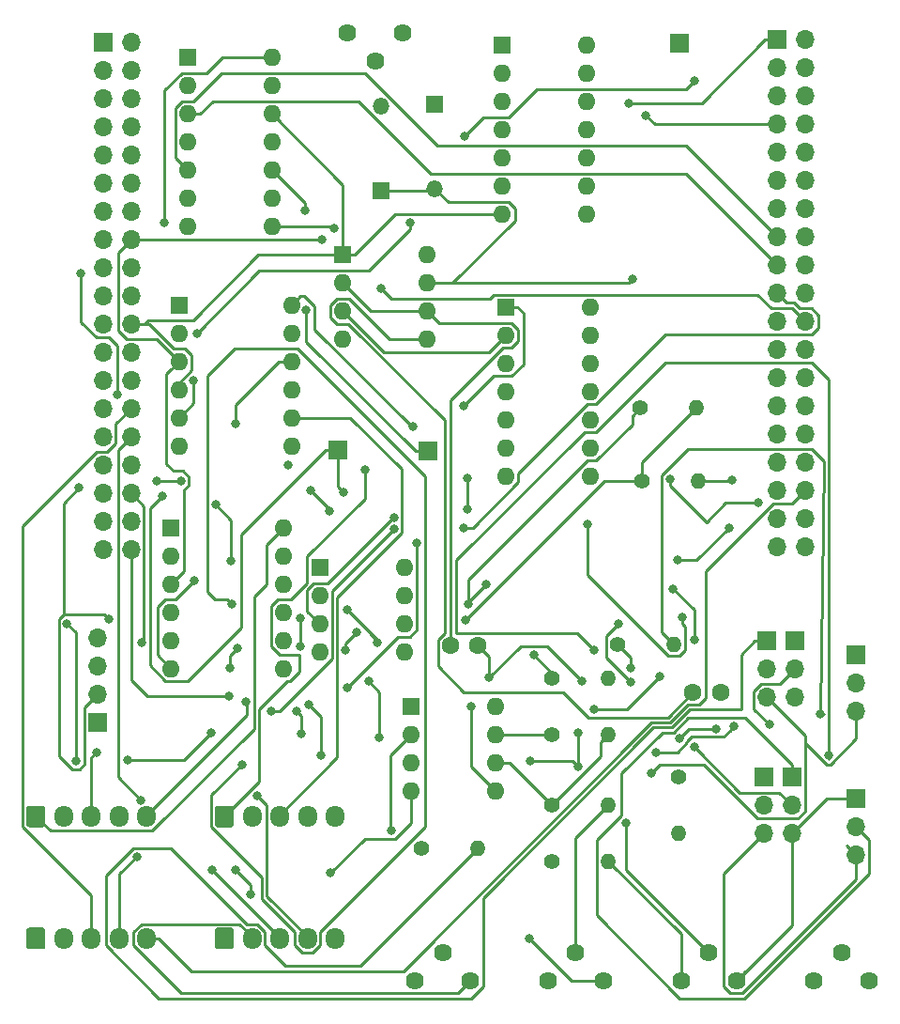
<source format=gbr>
G04 #@! TF.GenerationSoftware,KiCad,Pcbnew,5.0.1*
G04 #@! TF.CreationDate,2019-02-26T15:52:31-05:00*
G04 #@! TF.ProjectId,pongPCB,706F6E675043422E6B696361645F7063,rev?*
G04 #@! TF.SameCoordinates,Original*
G04 #@! TF.FileFunction,Copper,L2,Bot,Signal*
G04 #@! TF.FilePolarity,Positive*
%FSLAX46Y46*%
G04 Gerber Fmt 4.6, Leading zero omitted, Abs format (unit mm)*
G04 Created by KiCad (PCBNEW 5.0.1) date Tue 26 Feb 2019 03:52:31 PM EST*
%MOMM*%
%LPD*%
G01*
G04 APERTURE LIST*
G04 #@! TA.AperFunction,ComponentPad*
%ADD10C,1.600000*%
G04 #@! TD*
G04 #@! TA.AperFunction,ComponentPad*
%ADD11O,1.400000X1.400000*%
G04 #@! TD*
G04 #@! TA.AperFunction,ComponentPad*
%ADD12C,1.400000*%
G04 #@! TD*
G04 #@! TA.AperFunction,ComponentPad*
%ADD13C,1.620000*%
G04 #@! TD*
G04 #@! TA.AperFunction,ComponentPad*
%ADD14R,1.600000X1.600000*%
G04 #@! TD*
G04 #@! TA.AperFunction,ComponentPad*
%ADD15O,1.600000X1.600000*%
G04 #@! TD*
G04 #@! TA.AperFunction,ComponentPad*
%ADD16R,1.500000X1.500000*%
G04 #@! TD*
G04 #@! TA.AperFunction,ComponentPad*
%ADD17O,1.500000X1.500000*%
G04 #@! TD*
G04 #@! TA.AperFunction,ComponentPad*
%ADD18R,1.700000X1.700000*%
G04 #@! TD*
G04 #@! TA.AperFunction,ComponentPad*
%ADD19O,1.700000X1.700000*%
G04 #@! TD*
G04 #@! TA.AperFunction,ComponentPad*
%ADD20O,1.700000X1.950000*%
G04 #@! TD*
G04 #@! TA.AperFunction,Conductor*
%ADD21C,0.100000*%
G04 #@! TD*
G04 #@! TA.AperFunction,ComponentPad*
%ADD22C,1.700000*%
G04 #@! TD*
G04 #@! TA.AperFunction,ViaPad*
%ADD23C,0.800000*%
G04 #@! TD*
G04 #@! TA.AperFunction,Conductor*
%ADD24C,0.250000*%
G04 #@! TD*
G04 APERTURE END LIST*
D10*
G04 #@! TO.P,C1,1*
G04 #@! TO.N,Net-(C1-Pad1)*
X161090000Y-118090000D03*
G04 #@! TO.P,C1,2*
G04 #@! TO.N,GND*
X163590000Y-118090000D03*
G04 #@! TD*
G04 #@! TO.P,C2,2*
G04 #@! TO.N,GND*
X141700000Y-113900000D03*
G04 #@! TO.P,C2,1*
G04 #@! TO.N,Net-(C2-Pad1)*
X139200000Y-113900000D03*
G04 #@! TD*
D11*
G04 #@! TO.P,R1,2*
G04 #@! TO.N,Net-(R1-Pad2)*
X141680000Y-132200000D03*
D12*
G04 #@! TO.P,R1,1*
G04 #@! TO.N,Net-(R1-Pad1)*
X136600000Y-132200000D03*
G04 #@! TD*
D11*
G04 #@! TO.P,R2,2*
G04 #@! TO.N,Net-(R2-Pad2)*
X159380000Y-113800000D03*
D12*
G04 #@! TO.P,R2,1*
G04 #@! TO.N,Net-(R2-Pad1)*
X154300000Y-113800000D03*
G04 #@! TD*
G04 #@! TO.P,R3,1*
G04 #@! TO.N,+15V*
X148390000Y-133330000D03*
D11*
G04 #@! TO.P,R3,2*
G04 #@! TO.N,Net-(R3-Pad2)*
X153470000Y-133330000D03*
G04 #@! TD*
G04 #@! TO.P,R4,2*
G04 #@! TO.N,Net-(R4-Pad2)*
X153470000Y-128250000D03*
D12*
G04 #@! TO.P,R4,1*
G04 #@! TO.N,Net-(R4-Pad1)*
X148390000Y-128250000D03*
G04 #@! TD*
G04 #@! TO.P,R5,1*
G04 #@! TO.N,+15V*
X148390000Y-116820000D03*
D11*
G04 #@! TO.P,R5,2*
G04 #@! TO.N,Net-(R5-Pad2)*
X153470000Y-116820000D03*
G04 #@! TD*
D12*
G04 #@! TO.P,R6,1*
G04 #@! TO.N,Net-(R6-Pad1)*
X156500000Y-99100000D03*
D11*
G04 #@! TO.P,R6,2*
G04 #@! TO.N,Net-(R6-Pad2)*
X161580000Y-99100000D03*
G04 #@! TD*
G04 #@! TO.P,R7,2*
G04 #@! TO.N,Net-(R4-Pad1)*
X153470000Y-121900000D03*
D12*
G04 #@! TO.P,R7,1*
G04 #@! TO.N,Net-(J1-Pad3)*
X148390000Y-121900000D03*
G04 #@! TD*
G04 #@! TO.P,R8,1*
G04 #@! TO.N,Net-(J2-Pad3)*
X156300000Y-92500000D03*
D11*
G04 #@! TO.P,R8,2*
G04 #@! TO.N,Net-(R6-Pad1)*
X161380000Y-92500000D03*
G04 #@! TD*
D12*
G04 #@! TO.P,R9,1*
G04 #@! TO.N,+5V*
X159800000Y-125700000D03*
D11*
G04 #@! TO.P,R9,2*
G04 #@! TO.N,Net-(D1-Pad2)*
X159800000Y-130780000D03*
G04 #@! TD*
D13*
G04 #@! TO.P,RV1,3*
G04 #@! TO.N,GND*
X165000000Y-144100000D03*
G04 #@! TO.P,RV1,2*
G04 #@! TO.N,Net-(RV1-Pad2)*
X162500000Y-141600000D03*
G04 #@! TO.P,RV1,1*
G04 #@! TO.N,Net-(R3-Pad2)*
X160000000Y-144100000D03*
G04 #@! TD*
G04 #@! TO.P,RV2,3*
G04 #@! TO.N,GND*
X141000000Y-144100000D03*
G04 #@! TO.P,RV2,2*
G04 #@! TO.N,Net-(RV2-Pad2)*
X138500000Y-141600000D03*
G04 #@! TO.P,RV2,1*
G04 #@! TO.N,Net-(R5-Pad2)*
X136000000Y-144100000D03*
G04 #@! TD*
G04 #@! TO.P,RV3,1*
G04 #@! TO.N,Net-(RV3-Pad1)*
X148000000Y-144100000D03*
G04 #@! TO.P,RV3,2*
G04 #@! TO.N,Net-(R4-Pad2)*
X150500000Y-141600000D03*
G04 #@! TO.P,RV3,3*
G04 #@! TO.N,Net-(R1-Pad1)*
X153000000Y-144100000D03*
G04 #@! TD*
G04 #@! TO.P,RV4,3*
G04 #@! TO.N,Net-(R2-Pad1)*
X177000000Y-144100000D03*
G04 #@! TO.P,RV4,2*
G04 #@! TO.N,Net-(R6-Pad2)*
X174500000Y-141600000D03*
G04 #@! TO.P,RV4,1*
G04 #@! TO.N,Net-(RV4-Pad1)*
X172000000Y-144100000D03*
G04 #@! TD*
G04 #@! TO.P,RV5,1*
G04 #@! TO.N,Net-(D1-Pad1)*
X134900000Y-58700000D03*
G04 #@! TO.P,RV5,2*
G04 #@! TO.N,Net-(C2-Pad1)*
X132400000Y-61200000D03*
G04 #@! TO.P,RV5,3*
G04 #@! TO.N,Net-(D2-Pad2)*
X129900000Y-58700000D03*
G04 #@! TD*
D14*
G04 #@! TO.P,U1,1*
G04 #@! TO.N,+5V*
X115500000Y-60900000D03*
D15*
G04 #@! TO.P,U1,8*
G04 #@! TO.N,/LATCH*
X123120000Y-76140000D03*
G04 #@! TO.P,U1,2*
G04 #@! TO.N,Net-(U1-Pad2)*
X115500000Y-63440000D03*
G04 #@! TO.P,U1,9*
G04 #@! TO.N,Net-(U1-Pad9)*
X123120000Y-73600000D03*
G04 #@! TO.P,U1,3*
G04 #@! TO.N,Net-(CN10-Pad17)*
X115500000Y-65980000D03*
G04 #@! TO.P,U1,10*
G04 #@! TO.N,Net-(J6-Pad1)*
X123120000Y-71060000D03*
G04 #@! TO.P,U1,4*
G04 #@! TO.N,Net-(CN10-Pad11)*
X115500000Y-68520000D03*
G04 #@! TO.P,U1,11*
G04 #@! TO.N,+5V*
X123120000Y-68520000D03*
G04 #@! TO.P,U1,5*
G04 #@! TO.N,Net-(CN10-Pad15)*
X115500000Y-71060000D03*
G04 #@! TO.P,U1,12*
G04 #@! TO.N,GND*
X123120000Y-65980000D03*
G04 #@! TO.P,U1,6*
G04 #@! TO.N,Net-(U1-Pad6)*
X115500000Y-73600000D03*
G04 #@! TO.P,U1,13*
G04 #@! TO.N,+5V*
X123120000Y-63440000D03*
G04 #@! TO.P,U1,7*
G04 #@! TO.N,Net-(U1-Pad7)*
X115500000Y-76140000D03*
G04 #@! TO.P,U1,14*
G04 #@! TO.N,Net-(J3-Pad1)*
X123120000Y-60900000D03*
G04 #@! TD*
D14*
G04 #@! TO.P,U2,1*
G04 #@! TO.N,Net-(R4-Pad2)*
X135690000Y-119360000D03*
D15*
G04 #@! TO.P,U2,5*
G04 #@! TO.N,GND*
X143310000Y-126980000D03*
G04 #@! TO.P,U2,2*
G04 #@! TO.N,Net-(R1-Pad1)*
X135690000Y-121900000D03*
G04 #@! TO.P,U2,6*
G04 #@! TO.N,Net-(R4-Pad1)*
X143310000Y-124440000D03*
G04 #@! TO.P,U2,3*
G04 #@! TO.N,Net-(RV1-Pad2)*
X135690000Y-124440000D03*
G04 #@! TO.P,U2,7*
G04 #@! TO.N,Net-(J1-Pad3)*
X143310000Y-121900000D03*
G04 #@! TO.P,U2,4*
G04 #@! TO.N,-15V*
X135690000Y-126980000D03*
G04 #@! TO.P,U2,8*
G04 #@! TO.N,+15V*
X143310000Y-119360000D03*
G04 #@! TD*
D14*
G04 #@! TO.P,U5,1*
G04 #@! TO.N,Net-(R6-Pad2)*
X127400000Y-106900000D03*
D15*
G04 #@! TO.P,U5,5*
G04 #@! TO.N,GND*
X135020000Y-114520000D03*
G04 #@! TO.P,U5,2*
G04 #@! TO.N,Net-(R2-Pad1)*
X127400000Y-109440000D03*
G04 #@! TO.P,U5,6*
G04 #@! TO.N,Net-(R6-Pad1)*
X135020000Y-111980000D03*
G04 #@! TO.P,U5,3*
G04 #@! TO.N,Net-(RV2-Pad2)*
X127400000Y-111980000D03*
G04 #@! TO.P,U5,7*
G04 #@! TO.N,Net-(J2-Pad3)*
X135020000Y-109440000D03*
G04 #@! TO.P,U5,4*
G04 #@! TO.N,-15V*
X127400000Y-114520000D03*
G04 #@! TO.P,U5,8*
G04 #@! TO.N,+15V*
X135020000Y-106900000D03*
G04 #@! TD*
G04 #@! TO.P,U6,8*
G04 #@! TO.N,+5V*
X137120000Y-78700000D03*
G04 #@! TO.P,U6,4*
X129500000Y-86320000D03*
G04 #@! TO.P,U6,7*
G04 #@! TO.N,Net-(D1-Pad2)*
X137120000Y-81240000D03*
G04 #@! TO.P,U6,3*
G04 #@! TO.N,Net-(U6-Pad3)*
X129500000Y-83780000D03*
G04 #@! TO.P,U6,6*
G04 #@! TO.N,Net-(C2-Pad1)*
X137120000Y-83780000D03*
G04 #@! TO.P,U6,2*
X129500000Y-81240000D03*
G04 #@! TO.P,U6,5*
G04 #@! TO.N,Net-(C1-Pad1)*
X137120000Y-86320000D03*
D14*
G04 #@! TO.P,U6,1*
G04 #@! TO.N,GND*
X129500000Y-78700000D03*
G04 #@! TD*
D16*
G04 #@! TO.P,D1,1*
G04 #@! TO.N,Net-(D1-Pad1)*
X137800000Y-65100000D03*
D17*
G04 #@! TO.P,D1,2*
G04 #@! TO.N,Net-(D1-Pad2)*
X137800000Y-72720000D03*
G04 #@! TD*
G04 #@! TO.P,D2,2*
G04 #@! TO.N,Net-(D2-Pad2)*
X132900000Y-65280000D03*
D16*
G04 #@! TO.P,D2,1*
G04 #@! TO.N,Net-(D1-Pad2)*
X132900000Y-72900000D03*
G04 #@! TD*
D18*
G04 #@! TO.P,CN7,1*
G04 #@! TO.N,Net-(CN7-Pad1)*
X107840000Y-59550000D03*
D19*
G04 #@! TO.P,CN7,2*
G04 #@! TO.N,Net-(CN7-Pad2)*
X110380000Y-59550000D03*
G04 #@! TO.P,CN7,3*
G04 #@! TO.N,Net-(CN7-Pad3)*
X107840000Y-62090000D03*
G04 #@! TO.P,CN7,4*
G04 #@! TO.N,Net-(CN7-Pad4)*
X110380000Y-62090000D03*
G04 #@! TO.P,CN7,5*
G04 #@! TO.N,Net-(CN7-Pad5)*
X107840000Y-64630000D03*
G04 #@! TO.P,CN7,6*
G04 #@! TO.N,Net-(CN7-Pad6)*
X110380000Y-64630000D03*
G04 #@! TO.P,CN7,7*
G04 #@! TO.N,Net-(CN7-Pad7)*
X107840000Y-67170000D03*
G04 #@! TO.P,CN7,8*
G04 #@! TO.N,Net-(CN7-Pad8)*
X110380000Y-67170000D03*
G04 #@! TO.P,CN7,9*
G04 #@! TO.N,Net-(CN7-Pad9)*
X107840000Y-69710000D03*
G04 #@! TO.P,CN7,10*
G04 #@! TO.N,Net-(CN7-Pad10)*
X110380000Y-69710000D03*
G04 #@! TO.P,CN7,11*
G04 #@! TO.N,Net-(CN7-Pad11)*
X107840000Y-72250000D03*
G04 #@! TO.P,CN7,12*
G04 #@! TO.N,Net-(CN7-Pad12)*
X110380000Y-72250000D03*
G04 #@! TO.P,CN7,13*
G04 #@! TO.N,Net-(CN7-Pad13)*
X107840000Y-74790000D03*
G04 #@! TO.P,CN7,14*
G04 #@! TO.N,Net-(CN7-Pad14)*
X110380000Y-74790000D03*
G04 #@! TO.P,CN7,15*
G04 #@! TO.N,Net-(CN7-Pad15)*
X107840000Y-77330000D03*
G04 #@! TO.P,CN7,16*
G04 #@! TO.N,+3V3*
X110380000Y-77330000D03*
G04 #@! TO.P,CN7,17*
G04 #@! TO.N,Net-(CN7-Pad17)*
X107840000Y-79870000D03*
G04 #@! TO.P,CN7,18*
G04 #@! TO.N,+5V*
X110380000Y-79870000D03*
G04 #@! TO.P,CN7,19*
G04 #@! TO.N,Net-(CN7-Pad19)*
X107840000Y-82410000D03*
G04 #@! TO.P,CN7,20*
G04 #@! TO.N,Net-(CN7-Pad20)*
X110380000Y-82410000D03*
G04 #@! TO.P,CN7,21*
G04 #@! TO.N,Net-(CN7-Pad21)*
X107840000Y-84950000D03*
G04 #@! TO.P,CN7,22*
G04 #@! TO.N,GND*
X110380000Y-84950000D03*
G04 #@! TO.P,CN7,23*
G04 #@! TO.N,Net-(CN7-Pad23)*
X107840000Y-87490000D03*
G04 #@! TO.P,CN7,24*
G04 #@! TO.N,+12V*
X110380000Y-87490000D03*
G04 #@! TO.P,CN7,25*
G04 #@! TO.N,Net-(CN7-Pad25)*
X107840000Y-90030000D03*
G04 #@! TO.P,CN7,26*
G04 #@! TO.N,Net-(CN7-Pad26)*
X110380000Y-90030000D03*
G04 #@! TO.P,CN7,27*
G04 #@! TO.N,Net-(CN7-Pad27)*
X107840000Y-92570000D03*
G04 #@! TO.P,CN7,28*
G04 #@! TO.N,/JOY1X*
X110380000Y-92570000D03*
G04 #@! TO.P,CN7,29*
G04 #@! TO.N,Net-(CN7-Pad29)*
X107840000Y-95110000D03*
G04 #@! TO.P,CN7,30*
G04 #@! TO.N,/JOY1Y*
X110380000Y-95110000D03*
G04 #@! TO.P,CN7,31*
G04 #@! TO.N,Net-(CN7-Pad31)*
X107840000Y-97650000D03*
G04 #@! TO.P,CN7,32*
G04 #@! TO.N,/JOY2X*
X110380000Y-97650000D03*
G04 #@! TO.P,CN7,33*
G04 #@! TO.N,Net-(CN7-Pad33)*
X107840000Y-100190000D03*
G04 #@! TO.P,CN7,34*
G04 #@! TO.N,/JOY2Y*
X110380000Y-100190000D03*
G04 #@! TO.P,CN7,35*
G04 #@! TO.N,Net-(CN7-Pad35)*
X107840000Y-102730000D03*
G04 #@! TO.P,CN7,36*
G04 #@! TO.N,Net-(CN7-Pad36)*
X110380000Y-102730000D03*
G04 #@! TO.P,CN7,37*
G04 #@! TO.N,Net-(CN7-Pad37)*
X107840000Y-105270000D03*
G04 #@! TO.P,CN7,38*
G04 #@! TO.N,/LASER_TOGGLE*
X110380000Y-105270000D03*
G04 #@! TD*
G04 #@! TO.P,CN10,38*
G04 #@! TO.N,Net-(CN10-Pad38)*
X171240000Y-105020000D03*
G04 #@! TO.P,CN10,37*
G04 #@! TO.N,Net-(CN10-Pad37)*
X168700000Y-105020000D03*
G04 #@! TO.P,CN10,36*
G04 #@! TO.N,Net-(CN10-Pad36)*
X171240000Y-102480000D03*
G04 #@! TO.P,CN10,35*
G04 #@! TO.N,Net-(CN10-Pad35)*
X168700000Y-102480000D03*
G04 #@! TO.P,CN10,34*
G04 #@! TO.N,/JOY1BUTTON*
X171240000Y-99940000D03*
G04 #@! TO.P,CN10,33*
G04 #@! TO.N,Net-(CN10-Pad33)*
X168700000Y-99940000D03*
G04 #@! TO.P,CN10,32*
G04 #@! TO.N,Net-(CN10-Pad32)*
X171240000Y-97400000D03*
G04 #@! TO.P,CN10,31*
G04 #@! TO.N,Net-(CN10-Pad31)*
X168700000Y-97400000D03*
G04 #@! TO.P,CN10,30*
G04 #@! TO.N,Net-(CN10-Pad30)*
X171240000Y-94860000D03*
G04 #@! TO.P,CN10,29*
G04 #@! TO.N,Net-(CN10-Pad29)*
X168700000Y-94860000D03*
G04 #@! TO.P,CN10,28*
G04 #@! TO.N,Net-(CN10-Pad28)*
X171240000Y-92320000D03*
G04 #@! TO.P,CN10,27*
G04 #@! TO.N,Net-(CN10-Pad27)*
X168700000Y-92320000D03*
G04 #@! TO.P,CN10,26*
G04 #@! TO.N,Net-(CN10-Pad26)*
X171240000Y-89780000D03*
G04 #@! TO.P,CN10,25*
G04 #@! TO.N,Net-(CN10-Pad25)*
X168700000Y-89780000D03*
G04 #@! TO.P,CN10,24*
G04 #@! TO.N,Net-(CN10-Pad24)*
X171240000Y-87240000D03*
G04 #@! TO.P,CN10,23*
G04 #@! TO.N,Net-(CN10-Pad23)*
X168700000Y-87240000D03*
G04 #@! TO.P,CN10,22*
G04 #@! TO.N,/LATCH*
X171240000Y-84700000D03*
G04 #@! TO.P,CN10,21*
G04 #@! TO.N,Net-(CN10-Pad21)*
X168700000Y-84700000D03*
G04 #@! TO.P,CN10,20*
G04 #@! TO.N,Net-(CN10-Pad20)*
X171240000Y-82160000D03*
G04 #@! TO.P,CN10,19*
G04 #@! TO.N,/CLK1*
X168700000Y-82160000D03*
G04 #@! TO.P,CN10,18*
G04 #@! TO.N,Net-(CN10-Pad18)*
X171240000Y-79620000D03*
G04 #@! TO.P,CN10,17*
G04 #@! TO.N,Net-(CN10-Pad17)*
X168700000Y-79620000D03*
G04 #@! TO.P,CN10,16*
G04 #@! TO.N,Net-(CN10-Pad16)*
X171240000Y-77080000D03*
G04 #@! TO.P,CN10,15*
G04 #@! TO.N,Net-(CN10-Pad15)*
X168700000Y-77080000D03*
G04 #@! TO.P,CN10,14*
G04 #@! TO.N,Net-(CN10-Pad14)*
X171240000Y-74540000D03*
G04 #@! TO.P,CN10,13*
G04 #@! TO.N,Net-(CN10-Pad13)*
X168700000Y-74540000D03*
G04 #@! TO.P,CN10,12*
G04 #@! TO.N,Net-(CN10-Pad12)*
X171240000Y-72000000D03*
G04 #@! TO.P,CN10,11*
G04 #@! TO.N,Net-(CN10-Pad11)*
X168700000Y-72000000D03*
G04 #@! TO.P,CN10,10*
G04 #@! TO.N,Net-(CN10-Pad10)*
X171240000Y-69460000D03*
G04 #@! TO.P,CN10,9*
G04 #@! TO.N,Net-(CN10-Pad9)*
X168700000Y-69460000D03*
G04 #@! TO.P,CN10,8*
G04 #@! TO.N,Net-(CN10-Pad8)*
X171240000Y-66920000D03*
G04 #@! TO.P,CN10,7*
G04 #@! TO.N,+5V*
X168700000Y-66920000D03*
G04 #@! TO.P,CN10,6*
G04 #@! TO.N,/JOY2BUTTON*
X171240000Y-64380000D03*
G04 #@! TO.P,CN10,5*
G04 #@! TO.N,/BUTTON2*
X168700000Y-64380000D03*
G04 #@! TO.P,CN10,4*
G04 #@! TO.N,/DT1*
X171240000Y-61840000D03*
G04 #@! TO.P,CN10,3*
G04 #@! TO.N,/BUTTON1*
X168700000Y-61840000D03*
G04 #@! TO.P,CN10,2*
G04 #@! TO.N,/DT2*
X171240000Y-59300000D03*
D18*
G04 #@! TO.P,CN10,1*
G04 #@! TO.N,/CLK2*
X168700000Y-59300000D03*
G04 #@! TD*
G04 #@! TO.P,J1,1*
G04 #@! TO.N,GND*
X175800000Y-114700000D03*
D19*
G04 #@! TO.P,J1,2*
G04 #@! TO.N,Net-(J1-Pad2)*
X175800000Y-117240000D03*
G04 #@! TO.P,J1,3*
G04 #@! TO.N,Net-(J1-Pad3)*
X175800000Y-119780000D03*
G04 #@! TD*
G04 #@! TO.P,J2,3*
G04 #@! TO.N,Net-(J2-Pad3)*
X175800000Y-132780000D03*
G04 #@! TO.P,J2,2*
G04 #@! TO.N,Net-(J2-Pad2)*
X175800000Y-130240000D03*
D18*
G04 #@! TO.P,J2,1*
G04 #@! TO.N,GND*
X175800000Y-127700000D03*
G04 #@! TD*
G04 #@! TO.P,J3,1*
G04 #@! TO.N,Net-(J3-Pad1)*
X129080000Y-96250000D03*
G04 #@! TD*
G04 #@! TO.P,J6,1*
G04 #@! TO.N,Net-(J6-Pad1)*
X137200000Y-96400000D03*
G04 #@! TD*
G04 #@! TO.P,J7,1*
G04 #@! TO.N,Net-(J7-Pad1)*
X159900000Y-59600000D03*
G04 #@! TD*
D20*
G04 #@! TO.P,Joy1,5*
G04 #@! TO.N,/JOY1BUTTON*
X111800000Y-140300000D03*
G04 #@! TO.P,Joy1,4*
G04 #@! TO.N,/JOY1Y*
X109300000Y-140300000D03*
G04 #@! TO.P,Joy1,3*
G04 #@! TO.N,/JOY1X*
X106800000Y-140300000D03*
G04 #@! TO.P,Joy1,2*
G04 #@! TO.N,GND*
X104300000Y-140300000D03*
D21*
G04 #@! TD*
G04 #@! TO.N,+5V*
G04 #@! TO.C,Joy1*
G36*
X102424504Y-139326204D02*
X102448773Y-139329804D01*
X102472571Y-139335765D01*
X102495671Y-139344030D01*
X102517849Y-139354520D01*
X102538893Y-139367133D01*
X102558598Y-139381747D01*
X102576777Y-139398223D01*
X102593253Y-139416402D01*
X102607867Y-139436107D01*
X102620480Y-139457151D01*
X102630970Y-139479329D01*
X102639235Y-139502429D01*
X102645196Y-139526227D01*
X102648796Y-139550496D01*
X102650000Y-139575000D01*
X102650000Y-141025000D01*
X102648796Y-141049504D01*
X102645196Y-141073773D01*
X102639235Y-141097571D01*
X102630970Y-141120671D01*
X102620480Y-141142849D01*
X102607867Y-141163893D01*
X102593253Y-141183598D01*
X102576777Y-141201777D01*
X102558598Y-141218253D01*
X102538893Y-141232867D01*
X102517849Y-141245480D01*
X102495671Y-141255970D01*
X102472571Y-141264235D01*
X102448773Y-141270196D01*
X102424504Y-141273796D01*
X102400000Y-141275000D01*
X101200000Y-141275000D01*
X101175496Y-141273796D01*
X101151227Y-141270196D01*
X101127429Y-141264235D01*
X101104329Y-141255970D01*
X101082151Y-141245480D01*
X101061107Y-141232867D01*
X101041402Y-141218253D01*
X101023223Y-141201777D01*
X101006747Y-141183598D01*
X100992133Y-141163893D01*
X100979520Y-141142849D01*
X100969030Y-141120671D01*
X100960765Y-141097571D01*
X100954804Y-141073773D01*
X100951204Y-141049504D01*
X100950000Y-141025000D01*
X100950000Y-139575000D01*
X100951204Y-139550496D01*
X100954804Y-139526227D01*
X100960765Y-139502429D01*
X100969030Y-139479329D01*
X100979520Y-139457151D01*
X100992133Y-139436107D01*
X101006747Y-139416402D01*
X101023223Y-139398223D01*
X101041402Y-139381747D01*
X101061107Y-139367133D01*
X101082151Y-139354520D01*
X101104329Y-139344030D01*
X101127429Y-139335765D01*
X101151227Y-139329804D01*
X101175496Y-139326204D01*
X101200000Y-139325000D01*
X102400000Y-139325000D01*
X102424504Y-139326204D01*
X102424504Y-139326204D01*
G37*
D22*
G04 #@! TO.P,Joy1,1*
G04 #@! TO.N,+5V*
X101800000Y-140300000D03*
G04 #@! TD*
D21*
G04 #@! TO.N,+5V*
G04 #@! TO.C,Joy2*
G36*
X119424504Y-139326204D02*
X119448773Y-139329804D01*
X119472571Y-139335765D01*
X119495671Y-139344030D01*
X119517849Y-139354520D01*
X119538893Y-139367133D01*
X119558598Y-139381747D01*
X119576777Y-139398223D01*
X119593253Y-139416402D01*
X119607867Y-139436107D01*
X119620480Y-139457151D01*
X119630970Y-139479329D01*
X119639235Y-139502429D01*
X119645196Y-139526227D01*
X119648796Y-139550496D01*
X119650000Y-139575000D01*
X119650000Y-141025000D01*
X119648796Y-141049504D01*
X119645196Y-141073773D01*
X119639235Y-141097571D01*
X119630970Y-141120671D01*
X119620480Y-141142849D01*
X119607867Y-141163893D01*
X119593253Y-141183598D01*
X119576777Y-141201777D01*
X119558598Y-141218253D01*
X119538893Y-141232867D01*
X119517849Y-141245480D01*
X119495671Y-141255970D01*
X119472571Y-141264235D01*
X119448773Y-141270196D01*
X119424504Y-141273796D01*
X119400000Y-141275000D01*
X118200000Y-141275000D01*
X118175496Y-141273796D01*
X118151227Y-141270196D01*
X118127429Y-141264235D01*
X118104329Y-141255970D01*
X118082151Y-141245480D01*
X118061107Y-141232867D01*
X118041402Y-141218253D01*
X118023223Y-141201777D01*
X118006747Y-141183598D01*
X117992133Y-141163893D01*
X117979520Y-141142849D01*
X117969030Y-141120671D01*
X117960765Y-141097571D01*
X117954804Y-141073773D01*
X117951204Y-141049504D01*
X117950000Y-141025000D01*
X117950000Y-139575000D01*
X117951204Y-139550496D01*
X117954804Y-139526227D01*
X117960765Y-139502429D01*
X117969030Y-139479329D01*
X117979520Y-139457151D01*
X117992133Y-139436107D01*
X118006747Y-139416402D01*
X118023223Y-139398223D01*
X118041402Y-139381747D01*
X118061107Y-139367133D01*
X118082151Y-139354520D01*
X118104329Y-139344030D01*
X118127429Y-139335765D01*
X118151227Y-139329804D01*
X118175496Y-139326204D01*
X118200000Y-139325000D01*
X119400000Y-139325000D01*
X119424504Y-139326204D01*
X119424504Y-139326204D01*
G37*
D22*
G04 #@! TD*
G04 #@! TO.P,Joy2,1*
G04 #@! TO.N,+5V*
X118800000Y-140300000D03*
D20*
G04 #@! TO.P,Joy2,2*
G04 #@! TO.N,GND*
X121300000Y-140300000D03*
G04 #@! TO.P,Joy2,3*
G04 #@! TO.N,/JOY2X*
X123800000Y-140300000D03*
G04 #@! TO.P,Joy2,4*
G04 #@! TO.N,/JOY2Y*
X126300000Y-140300000D03*
G04 #@! TO.P,Joy2,5*
G04 #@! TO.N,/JOY2BUTTON*
X128800000Y-140300000D03*
G04 #@! TD*
D21*
G04 #@! TO.N,Net-(Rotary1-Pad1)*
G04 #@! TO.C,Rotary1*
G36*
X102424504Y-128326204D02*
X102448773Y-128329804D01*
X102472571Y-128335765D01*
X102495671Y-128344030D01*
X102517849Y-128354520D01*
X102538893Y-128367133D01*
X102558598Y-128381747D01*
X102576777Y-128398223D01*
X102593253Y-128416402D01*
X102607867Y-128436107D01*
X102620480Y-128457151D01*
X102630970Y-128479329D01*
X102639235Y-128502429D01*
X102645196Y-128526227D01*
X102648796Y-128550496D01*
X102650000Y-128575000D01*
X102650000Y-130025000D01*
X102648796Y-130049504D01*
X102645196Y-130073773D01*
X102639235Y-130097571D01*
X102630970Y-130120671D01*
X102620480Y-130142849D01*
X102607867Y-130163893D01*
X102593253Y-130183598D01*
X102576777Y-130201777D01*
X102558598Y-130218253D01*
X102538893Y-130232867D01*
X102517849Y-130245480D01*
X102495671Y-130255970D01*
X102472571Y-130264235D01*
X102448773Y-130270196D01*
X102424504Y-130273796D01*
X102400000Y-130275000D01*
X101200000Y-130275000D01*
X101175496Y-130273796D01*
X101151227Y-130270196D01*
X101127429Y-130264235D01*
X101104329Y-130255970D01*
X101082151Y-130245480D01*
X101061107Y-130232867D01*
X101041402Y-130218253D01*
X101023223Y-130201777D01*
X101006747Y-130183598D01*
X100992133Y-130163893D01*
X100979520Y-130142849D01*
X100969030Y-130120671D01*
X100960765Y-130097571D01*
X100954804Y-130073773D01*
X100951204Y-130049504D01*
X100950000Y-130025000D01*
X100950000Y-128575000D01*
X100951204Y-128550496D01*
X100954804Y-128526227D01*
X100960765Y-128502429D01*
X100969030Y-128479329D01*
X100979520Y-128457151D01*
X100992133Y-128436107D01*
X101006747Y-128416402D01*
X101023223Y-128398223D01*
X101041402Y-128381747D01*
X101061107Y-128367133D01*
X101082151Y-128354520D01*
X101104329Y-128344030D01*
X101127429Y-128335765D01*
X101151227Y-128329804D01*
X101175496Y-128326204D01*
X101200000Y-128325000D01*
X102400000Y-128325000D01*
X102424504Y-128326204D01*
X102424504Y-128326204D01*
G37*
D22*
G04 #@! TD*
G04 #@! TO.P,Rotary1,1*
G04 #@! TO.N,Net-(Rotary1-Pad1)*
X101800000Y-129300000D03*
D20*
G04 #@! TO.P,Rotary1,2*
G04 #@! TO.N,+12V*
X104300000Y-129300000D03*
G04 #@! TO.P,Rotary1,3*
G04 #@! TO.N,Net-(Rotary1-Pad3)*
X106800000Y-129300000D03*
G04 #@! TO.P,Rotary1,4*
G04 #@! TO.N,GND*
X109300000Y-129300000D03*
G04 #@! TO.P,Rotary1,5*
G04 #@! TO.N,Net-(Rotary1-Pad5)*
X111800000Y-129300000D03*
G04 #@! TD*
G04 #@! TO.P,Rotary2,5*
G04 #@! TO.N,Net-(Rotary2-Pad5)*
X128800000Y-129300000D03*
G04 #@! TO.P,Rotary2,4*
G04 #@! TO.N,GND*
X126300000Y-129300000D03*
G04 #@! TO.P,Rotary2,3*
G04 #@! TO.N,Net-(Rotary2-Pad3)*
X123800000Y-129300000D03*
G04 #@! TO.P,Rotary2,2*
G04 #@! TO.N,+12V*
X121300000Y-129300000D03*
D21*
G04 #@! TD*
G04 #@! TO.N,Net-(Rotary2-Pad1)*
G04 #@! TO.C,Rotary2*
G36*
X119424504Y-128326204D02*
X119448773Y-128329804D01*
X119472571Y-128335765D01*
X119495671Y-128344030D01*
X119517849Y-128354520D01*
X119538893Y-128367133D01*
X119558598Y-128381747D01*
X119576777Y-128398223D01*
X119593253Y-128416402D01*
X119607867Y-128436107D01*
X119620480Y-128457151D01*
X119630970Y-128479329D01*
X119639235Y-128502429D01*
X119645196Y-128526227D01*
X119648796Y-128550496D01*
X119650000Y-128575000D01*
X119650000Y-130025000D01*
X119648796Y-130049504D01*
X119645196Y-130073773D01*
X119639235Y-130097571D01*
X119630970Y-130120671D01*
X119620480Y-130142849D01*
X119607867Y-130163893D01*
X119593253Y-130183598D01*
X119576777Y-130201777D01*
X119558598Y-130218253D01*
X119538893Y-130232867D01*
X119517849Y-130245480D01*
X119495671Y-130255970D01*
X119472571Y-130264235D01*
X119448773Y-130270196D01*
X119424504Y-130273796D01*
X119400000Y-130275000D01*
X118200000Y-130275000D01*
X118175496Y-130273796D01*
X118151227Y-130270196D01*
X118127429Y-130264235D01*
X118104329Y-130255970D01*
X118082151Y-130245480D01*
X118061107Y-130232867D01*
X118041402Y-130218253D01*
X118023223Y-130201777D01*
X118006747Y-130183598D01*
X117992133Y-130163893D01*
X117979520Y-130142849D01*
X117969030Y-130120671D01*
X117960765Y-130097571D01*
X117954804Y-130073773D01*
X117951204Y-130049504D01*
X117950000Y-130025000D01*
X117950000Y-128575000D01*
X117951204Y-128550496D01*
X117954804Y-128526227D01*
X117960765Y-128502429D01*
X117969030Y-128479329D01*
X117979520Y-128457151D01*
X117992133Y-128436107D01*
X118006747Y-128416402D01*
X118023223Y-128398223D01*
X118041402Y-128381747D01*
X118061107Y-128367133D01*
X118082151Y-128354520D01*
X118104329Y-128344030D01*
X118127429Y-128335765D01*
X118151227Y-128329804D01*
X118175496Y-128326204D01*
X118200000Y-128325000D01*
X119400000Y-128325000D01*
X119424504Y-128326204D01*
X119424504Y-128326204D01*
G37*
D22*
G04 #@! TO.P,Rotary2,1*
G04 #@! TO.N,Net-(Rotary2-Pad1)*
X118800000Y-129300000D03*
G04 #@! TD*
D14*
G04 #@! TO.P,U8,1*
G04 #@! TO.N,/LASER_TOGGLE*
X144200000Y-83400000D03*
D15*
G04 #@! TO.P,U8,8*
G04 #@! TO.N,N/C*
X151820000Y-98640000D03*
G04 #@! TO.P,U8,2*
G04 #@! TO.N,Net-(U6-Pad3)*
X144200000Y-85940000D03*
G04 #@! TO.P,U8,9*
G04 #@! TO.N,N/C*
X151820000Y-96100000D03*
G04 #@! TO.P,U8,3*
G04 #@! TO.N,Net-(J7-Pad1)*
X144200000Y-88480000D03*
G04 #@! TO.P,U8,10*
G04 #@! TO.N,N/C*
X151820000Y-93560000D03*
G04 #@! TO.P,U8,4*
X144200000Y-91020000D03*
G04 #@! TO.P,U8,11*
X151820000Y-91020000D03*
G04 #@! TO.P,U8,5*
X144200000Y-93560000D03*
G04 #@! TO.P,U8,12*
X151820000Y-88480000D03*
G04 #@! TO.P,U8,6*
X144200000Y-96100000D03*
G04 #@! TO.P,U8,13*
X151820000Y-85940000D03*
G04 #@! TO.P,U8,7*
X144200000Y-98640000D03*
G04 #@! TO.P,U8,14*
X151820000Y-83400000D03*
G04 #@! TD*
D18*
G04 #@! TO.P,J4,1*
G04 #@! TO.N,-15V*
X107400000Y-120800000D03*
D19*
G04 #@! TO.P,J4,2*
G04 #@! TO.N,GND*
X107400000Y-118260000D03*
G04 #@! TO.P,J4,3*
G04 #@! TO.N,+12V*
X107400000Y-115720000D03*
G04 #@! TO.P,J4,4*
G04 #@! TO.N,+15V*
X107400000Y-113180000D03*
G04 #@! TD*
D14*
G04 #@! TO.P,U7,1*
G04 #@! TO.N,N/C*
X143900000Y-59800000D03*
D15*
G04 #@! TO.P,U7,8*
X151520000Y-75040000D03*
G04 #@! TO.P,U7,2*
X143900000Y-62340000D03*
G04 #@! TO.P,U7,9*
X151520000Y-72500000D03*
G04 #@! TO.P,U7,3*
X143900000Y-64880000D03*
G04 #@! TO.P,U7,10*
X151520000Y-69960000D03*
G04 #@! TO.P,U7,4*
X143900000Y-67420000D03*
G04 #@! TO.P,U7,11*
X151520000Y-67420000D03*
G04 #@! TO.P,U7,5*
X143900000Y-69960000D03*
G04 #@! TO.P,U7,12*
X151520000Y-64880000D03*
G04 #@! TO.P,U7,6*
X143900000Y-72500000D03*
G04 #@! TO.P,U7,13*
X151520000Y-62340000D03*
G04 #@! TO.P,U7,7*
G04 #@! TO.N,GND*
X143900000Y-75040000D03*
G04 #@! TO.P,U7,14*
G04 #@! TO.N,+5V*
X151520000Y-59800000D03*
G04 #@! TD*
D18*
G04 #@! TO.P,X-J1,1*
G04 #@! TO.N,Net-(R1-Pad2)*
X167770000Y-113480000D03*
D19*
G04 #@! TO.P,X-J1,2*
G04 #@! TO.N,Net-(J3-Pad1)*
X167770000Y-116020000D03*
G04 #@! TO.P,X-J1,3*
G04 #@! TO.N,Net-(J1-Pad3)*
X167770000Y-118560000D03*
G04 #@! TD*
D18*
G04 #@! TO.P,X-J2,1*
G04 #@! TO.N,Net-(J1-Pad2)*
X170310000Y-113480000D03*
D19*
G04 #@! TO.P,X-J2,2*
G04 #@! TO.N,Net-(R4-Pad2)*
X170310000Y-116020000D03*
G04 #@! TO.P,X-J2,3*
G04 #@! TO.N,GND*
X170310000Y-118560000D03*
G04 #@! TD*
G04 #@! TO.P,Y-J1,3*
G04 #@! TO.N,Net-(J2-Pad3)*
X167470000Y-130860000D03*
G04 #@! TO.P,Y-J1,2*
G04 #@! TO.N,Net-(J6-Pad1)*
X167470000Y-128320000D03*
D18*
G04 #@! TO.P,Y-J1,1*
G04 #@! TO.N,Net-(R2-Pad2)*
X167470000Y-125780000D03*
G04 #@! TD*
D19*
G04 #@! TO.P,Y-J2,3*
G04 #@! TO.N,GND*
X170010000Y-130860000D03*
G04 #@! TO.P,Y-J2,2*
G04 #@! TO.N,Net-(R6-Pad2)*
X170010000Y-128320000D03*
D18*
G04 #@! TO.P,Y-J2,1*
G04 #@! TO.N,Net-(J2-Pad2)*
X170010000Y-125780000D03*
G04 #@! TD*
D15*
G04 #@! TO.P,U3,12*
G04 #@! TO.N,Net-(Rotary1-Pad1)*
X124170000Y-103270000D03*
G04 #@! TO.P,U3,6*
G04 #@! TO.N,/BUTTON1*
X114010000Y-115970000D03*
G04 #@! TO.P,U3,11*
G04 #@! TO.N,Net-(U3-Pad11)*
X124170000Y-105810000D03*
G04 #@! TO.P,U3,5*
G04 #@! TO.N,/CLK1*
X114010000Y-113430000D03*
G04 #@! TO.P,U3,10*
G04 #@! TO.N,+12V*
X124170000Y-108350000D03*
G04 #@! TO.P,U3,4*
G04 #@! TO.N,GND*
X114010000Y-110890000D03*
G04 #@! TO.P,U3,9*
X124170000Y-110890000D03*
G04 #@! TO.P,U3,3*
G04 #@! TO.N,+3V3*
X114010000Y-108350000D03*
G04 #@! TO.P,U3,8*
G04 #@! TO.N,Net-(Rotary1-Pad3)*
X124170000Y-113430000D03*
G04 #@! TO.P,U3,2*
G04 #@! TO.N,Net-(U3-Pad2)*
X114010000Y-105810000D03*
G04 #@! TO.P,U3,7*
G04 #@! TO.N,Net-(Rotary1-Pad5)*
X124170000Y-115970000D03*
D14*
G04 #@! TO.P,U3,1*
G04 #@! TO.N,/DT1*
X114010000Y-103270000D03*
G04 #@! TD*
G04 #@! TO.P,U4,1*
G04 #@! TO.N,/DT2*
X114700000Y-83200000D03*
D15*
G04 #@! TO.P,U4,7*
G04 #@! TO.N,Net-(Rotary2-Pad5)*
X124860000Y-95900000D03*
G04 #@! TO.P,U4,2*
G04 #@! TO.N,Net-(U4-Pad2)*
X114700000Y-85740000D03*
G04 #@! TO.P,U4,8*
G04 #@! TO.N,Net-(Rotary2-Pad3)*
X124860000Y-93360000D03*
G04 #@! TO.P,U4,3*
G04 #@! TO.N,+3V3*
X114700000Y-88280000D03*
G04 #@! TO.P,U4,9*
G04 #@! TO.N,GND*
X124860000Y-90820000D03*
G04 #@! TO.P,U4,4*
X114700000Y-90820000D03*
G04 #@! TO.P,U4,10*
G04 #@! TO.N,+12V*
X124860000Y-88280000D03*
G04 #@! TO.P,U4,5*
G04 #@! TO.N,/CLK2*
X114700000Y-93360000D03*
G04 #@! TO.P,U4,11*
G04 #@! TO.N,Net-(U4-Pad11)*
X124860000Y-85740000D03*
G04 #@! TO.P,U4,6*
G04 #@! TO.N,/BUTTON2*
X114700000Y-95900000D03*
G04 #@! TO.P,U4,12*
G04 #@! TO.N,Net-(Rotary2-Pad1)*
X124860000Y-83200000D03*
G04 #@! TD*
D23*
G04 #@! TO.N,Net-(R1-Pad1)*
X146300000Y-140300000D03*
X133900000Y-130600000D03*
G04 #@! TO.N,Net-(R2-Pad1)*
X163200000Y-121400000D03*
X155500000Y-115900000D03*
X159855101Y-122258122D03*
G04 #@! TO.N,+15V*
X146700000Y-114700000D03*
X129700011Y-114300000D03*
X130700000Y-112700000D03*
G04 #@! TO.N,Net-(R6-Pad1)*
X140600000Y-111600000D03*
G04 #@! TO.N,GND*
X141100000Y-119400000D03*
X142700000Y-116800000D03*
X151080000Y-117120000D03*
X157760000Y-123500000D03*
X164800000Y-121170000D03*
X108346037Y-111520267D03*
X105720000Y-99700000D03*
G04 #@! TO.N,Net-(RV1-Pad2)*
X155000000Y-129900000D03*
G04 #@! TO.N,Net-(RV2-Pad2)*
X134100000Y-102399997D03*
X132800000Y-122200000D03*
X131800000Y-117100000D03*
G04 #@! TO.N,+5V*
X109120000Y-91310000D03*
X105880000Y-80350000D03*
X156840000Y-66100000D03*
G04 #@! TO.N,-15V*
X119800000Y-134100000D03*
X121200000Y-136300000D03*
X128400000Y-134400000D03*
X125730000Y-121830000D03*
X125310000Y-119780000D03*
G04 #@! TO.N,+12V*
X112675000Y-99100000D03*
X114900000Y-99100000D03*
X119800000Y-93900000D03*
X118000000Y-101200000D03*
X119400000Y-106300000D03*
G04 #@! TO.N,Net-(D1-Pad2)*
X155600000Y-80900000D03*
X159300000Y-108800000D03*
X161200000Y-113400000D03*
G04 #@! TO.N,Net-(J2-Pad3)*
X140800000Y-110200000D03*
X142400000Y-108400000D03*
X152200000Y-114300000D03*
X173315021Y-123759673D03*
X175800000Y-132780000D03*
G04 #@! TO.N,Net-(J1-Pad3)*
X157340000Y-125400000D03*
G04 #@! TO.N,/BUTTON1*
X116090000Y-108050000D03*
G04 #@! TO.N,+3V3*
X127570000Y-77330000D03*
G04 #@! TO.N,/LATCH*
X128700000Y-76300000D03*
X132900000Y-81700000D03*
G04 #@! TO.N,/JOY1Y*
X111270623Y-127825088D03*
X110900000Y-132900000D03*
G04 #@! TO.N,/JOY2X*
X104600000Y-111900000D03*
X105400000Y-124300000D03*
X117700000Y-134100000D03*
G04 #@! TO.N,/JOY2Y*
X111349999Y-113600000D03*
X121750010Y-127400000D03*
G04 #@! TO.N,/LASER_TOGGLE*
X140400000Y-92300000D03*
X136200000Y-104700000D03*
X129900000Y-117700000D03*
X119200000Y-118500000D03*
G04 #@! TO.N,/CLK1*
X140400000Y-103300000D03*
X134100000Y-103400000D03*
X123000000Y-119800000D03*
X119300000Y-115900000D03*
X120000000Y-114100000D03*
G04 #@! TO.N,/DT2*
X135600000Y-75800000D03*
X140500000Y-68000000D03*
X161200000Y-63000000D03*
X116331370Y-85740000D03*
G04 #@! TO.N,/CLK2*
X155300000Y-65000000D03*
X115999999Y-90020001D03*
G04 #@! TO.N,Net-(J3-Pad1)*
X113400000Y-75800000D03*
X113200000Y-100400000D03*
X160090000Y-111340000D03*
X151560000Y-102990000D03*
X140770000Y-101620000D03*
X140770000Y-98810000D03*
X129590000Y-100060000D03*
G04 #@! TO.N,Net-(J6-Pad1)*
X126100000Y-74700000D03*
X126200000Y-83700000D03*
X159000000Y-98900000D03*
X166940000Y-101010000D03*
G04 #@! TO.N,Net-(R2-Pad2)*
X172590021Y-120034989D03*
G04 #@! TO.N,Net-(R4-Pad2)*
X146400000Y-124300000D03*
X150700000Y-124800000D03*
X167980000Y-121030000D03*
X158047002Y-116650000D03*
X152140000Y-119610000D03*
X150760000Y-121780000D03*
G04 #@! TO.N,Net-(R6-Pad2)*
X164620000Y-98990000D03*
X164320000Y-103280000D03*
X159670000Y-106210000D03*
X154360000Y-111930000D03*
X155430000Y-117180000D03*
X161183112Y-123007142D03*
G04 #@! TO.N,Net-(Rotary1-Pad3)*
X107300000Y-123500000D03*
X110100000Y-124200000D03*
X117600000Y-121800000D03*
X120400000Y-124600000D03*
X119470000Y-110140000D03*
X125625000Y-111424993D03*
X125625000Y-114000000D03*
G04 #@! TO.N,Net-(Rotary1-Pad5)*
X120769999Y-118980000D03*
G04 #@! TO.N,Net-(Rotary2-Pad5)*
X124520000Y-97600000D03*
X126600000Y-99900000D03*
X128300000Y-101800000D03*
X129900000Y-110700000D03*
X132600000Y-113600000D03*
X126400000Y-119200000D03*
X127500000Y-123800000D03*
G04 #@! TO.N,Net-(Rotary2-Pad3)*
X123800000Y-129300000D03*
G04 #@! TO.N,Net-(Rotary2-Pad1)*
X135800000Y-94190000D03*
X131475001Y-98030000D03*
G04 #@! TD*
D24*
G04 #@! TO.N,Net-(R1-Pad1)*
X150100000Y-144100000D02*
X153000000Y-144100000D01*
X146300000Y-140300000D02*
X150100000Y-144100000D01*
X133800000Y-130500000D02*
X133900000Y-130600000D01*
X135690000Y-121900000D02*
X133800000Y-123790000D01*
X133800000Y-123790000D02*
X133800000Y-130500000D01*
G04 #@! TO.N,Net-(R2-Pad1)*
X155500000Y-115000000D02*
X154300000Y-113800000D01*
X155500000Y-115900000D02*
X155500000Y-115000000D01*
X160255100Y-121858123D02*
X159855101Y-122258122D01*
X160713223Y-121400000D02*
X160255100Y-121858123D01*
X163200000Y-121400000D02*
X160713223Y-121400000D01*
G04 #@! TO.N,Net-(R3-Pad2)*
X160000000Y-139860000D02*
X153470000Y-133330000D01*
X160000000Y-144100000D02*
X160000000Y-139860000D01*
G04 #@! TO.N,+15V*
X148390000Y-116390000D02*
X148390000Y-116820000D01*
X146700000Y-114700000D02*
X148390000Y-116390000D01*
X129700011Y-114300000D02*
X129700011Y-113699989D01*
X129700011Y-113699989D02*
X130700000Y-112700000D01*
G04 #@! TO.N,Net-(R4-Pad1)*
X144580000Y-124440000D02*
X143310000Y-124440000D01*
X148390000Y-128250000D02*
X144580000Y-124440000D01*
X149089999Y-127550001D02*
X148390000Y-128250000D01*
X152770001Y-123869999D02*
X149089999Y-127550001D01*
X152770001Y-122599999D02*
X152770001Y-123869999D01*
X153470000Y-121900000D02*
X152770001Y-122599999D01*
G04 #@! TO.N,Net-(R6-Pad1)*
X156500000Y-97380000D02*
X156500000Y-99100000D01*
X161380000Y-92500000D02*
X156500000Y-97380000D01*
X156500000Y-99100000D02*
X153100000Y-99100000D01*
X153100000Y-99100000D02*
X140600000Y-111600000D01*
G04 #@! TO.N,GND*
X111582081Y-84950000D02*
X110380000Y-84950000D01*
X115970003Y-84614999D02*
X111917082Y-84614999D01*
X111917082Y-84614999D02*
X111582081Y-84950000D01*
X121885002Y-78700000D02*
X115970003Y-84614999D01*
X129500000Y-78700000D02*
X121885002Y-78700000D01*
X142768630Y-75040000D02*
X143900000Y-75040000D01*
X134210000Y-75040000D02*
X142768630Y-75040000D01*
X130550000Y-78700000D02*
X134210000Y-75040000D01*
X129500000Y-78700000D02*
X130550000Y-78700000D01*
X129500000Y-72360000D02*
X123120000Y-65980000D01*
X129500000Y-78700000D02*
X129500000Y-72360000D01*
X121300000Y-140175000D02*
X121300000Y-140300000D01*
X120124990Y-138999990D02*
X121300000Y-140175000D01*
X111313295Y-138999990D02*
X120124990Y-138999990D01*
X110624990Y-139688295D02*
X111313295Y-138999990D01*
X110624990Y-140911705D02*
X110624990Y-139688295D01*
X114948286Y-145235001D02*
X110624990Y-140911705D01*
X139864999Y-145235001D02*
X114948286Y-145235001D01*
X141000000Y-144100000D02*
X139864999Y-145235001D01*
X143310000Y-126980000D02*
X141100000Y-124770000D01*
X141100000Y-124770000D02*
X141100000Y-119400000D01*
X142700000Y-114900000D02*
X141700000Y-113900000D01*
X142700000Y-116800000D02*
X142700000Y-114900000D01*
X165000000Y-144100000D02*
X165809999Y-143290001D01*
X147934999Y-113974999D02*
X151080000Y-117120000D01*
X142700000Y-116800000D02*
X145525001Y-113974999D01*
X145525001Y-113974999D02*
X147934999Y-113974999D01*
X170010000Y-139090000D02*
X165000000Y-144100000D01*
X170010000Y-130860000D02*
X170010000Y-139090000D01*
X173170000Y-127700000D02*
X175800000Y-127700000D01*
X170010000Y-130860000D02*
X173170000Y-127700000D01*
X163844999Y-122125001D02*
X164400001Y-121569999D01*
X164400001Y-121569999D02*
X164800000Y-121170000D01*
X160945383Y-122125001D02*
X163844999Y-122125001D01*
X159685016Y-123500000D02*
X160579528Y-122605488D01*
X160579528Y-122605488D02*
X160579528Y-122490856D01*
X160579528Y-122490856D02*
X160945383Y-122125001D01*
X157760000Y-123500000D02*
X159685016Y-123500000D01*
X114700000Y-90246998D02*
X114700000Y-90820000D01*
X115825001Y-89121997D02*
X114700000Y-90246998D01*
X115825001Y-87739999D02*
X115825001Y-89121997D01*
X115240001Y-87154999D02*
X115825001Y-87739999D01*
X114211409Y-87154999D02*
X115240001Y-87154999D01*
X112006410Y-84950000D02*
X114211409Y-87154999D01*
X110380000Y-84950000D02*
X112006410Y-84950000D01*
X106224999Y-124548003D02*
X106224999Y-119435001D01*
X106550001Y-119109999D02*
X107400000Y-118260000D01*
X105748001Y-125025001D02*
X106224999Y-124548003D01*
X105051999Y-125025001D02*
X105748001Y-125025001D01*
X103874999Y-123848001D02*
X105051999Y-125025001D01*
X106224999Y-119435001D02*
X106550001Y-119109999D01*
X103874999Y-111551999D02*
X103874999Y-123848001D01*
X104306730Y-111120268D02*
X103874999Y-111551999D01*
X107946038Y-111120268D02*
X104306730Y-111120268D01*
X108346037Y-111520267D02*
X107946038Y-111120268D01*
X104306730Y-111120268D02*
X104306730Y-101113270D01*
X104306730Y-101113270D02*
X105720000Y-99700000D01*
G04 #@! TO.N,Net-(RV1-Pad2)*
X155000000Y-134100000D02*
X162500000Y-141600000D01*
X155000000Y-129900000D02*
X155000000Y-134100000D01*
G04 #@! TO.N,Net-(RV2-Pad2)*
X134099998Y-102399999D02*
X134100000Y-102399997D01*
X126274999Y-110854999D02*
X126274999Y-108899999D01*
X126859999Y-108314999D02*
X128111999Y-108314999D01*
X128111999Y-108314999D02*
X134026999Y-102399999D01*
X134026999Y-102399999D02*
X134099998Y-102399999D01*
X127400000Y-111980000D02*
X126274999Y-110854999D01*
X126274999Y-108899999D02*
X126859999Y-108314999D01*
X132800000Y-122200000D02*
X132800000Y-118100000D01*
X132800000Y-118100000D02*
X131800000Y-117100000D01*
G04 #@! TO.N,+5V*
X105880000Y-84729002D02*
X105880000Y-80350000D01*
X107275999Y-86125001D02*
X105880000Y-84729002D01*
X108404001Y-86125001D02*
X107275999Y-86125001D01*
X109120000Y-91310000D02*
X109120000Y-86841000D01*
X109120000Y-86841000D02*
X108404001Y-86125001D01*
X168700000Y-66920000D02*
X157660000Y-66920000D01*
X157660000Y-66920000D02*
X156840000Y-66100000D01*
G04 #@! TO.N,-15V*
X119800000Y-134100000D02*
X121200000Y-135500000D01*
X121200000Y-135500000D02*
X121200000Y-136300000D01*
X135690000Y-128111370D02*
X135690000Y-126980000D01*
X135690000Y-129883002D02*
X135690000Y-128111370D01*
X134248001Y-131325001D02*
X135690000Y-129883002D01*
X131474999Y-131325001D02*
X134248001Y-131325001D01*
X128400000Y-134400000D02*
X131474999Y-131325001D01*
X125730000Y-121830000D02*
X125730000Y-120200000D01*
X125730000Y-120200000D02*
X125310000Y-119780000D01*
G04 #@! TO.N,+12V*
X112675000Y-99100000D02*
X114900000Y-99100000D01*
X118000000Y-101200000D02*
X119400000Y-102600000D01*
X119400000Y-102600000D02*
X119400000Y-106300000D01*
X119800000Y-93334315D02*
X119800000Y-93900000D01*
X119800000Y-92208630D02*
X119800000Y-93334315D01*
X123728630Y-88280000D02*
X119800000Y-92208630D01*
X124860000Y-88280000D02*
X123728630Y-88280000D01*
G04 #@! TO.N,Net-(C1-Pad1)*
X158810000Y-120370000D02*
X161090000Y-118090000D01*
X151650000Y-120370000D02*
X158810000Y-120370000D01*
X138074999Y-115790001D02*
X140374998Y-118090000D01*
X138659999Y-112774999D02*
X138074999Y-113359999D01*
X128374999Y-84320001D02*
X128959999Y-84905001D01*
X128374999Y-83239999D02*
X128374999Y-84320001D01*
X128959999Y-82654999D02*
X128374999Y-83239999D01*
X133705002Y-86320000D02*
X130040001Y-82654999D01*
X137120000Y-86320000D02*
X133705002Y-86320000D01*
X138074999Y-113359999D02*
X138074999Y-115790001D01*
X129988591Y-84905001D02*
X138659999Y-93576409D01*
X140374998Y-118090000D02*
X149370000Y-118090000D01*
X130040001Y-82654999D02*
X128959999Y-82654999D01*
X149370000Y-118090000D02*
X151650000Y-120370000D01*
X128959999Y-84905001D02*
X129988591Y-84905001D01*
X138659999Y-93576409D02*
X138659999Y-112774999D01*
G04 #@! TO.N,Net-(C2-Pad1)*
X132040000Y-83780000D02*
X137120000Y-83780000D01*
X129500000Y-81240000D02*
X132040000Y-83780000D01*
X139200000Y-112768630D02*
X139200000Y-113900000D01*
X143949997Y-87065001D02*
X139200000Y-91814998D01*
X139200000Y-91814998D02*
X139200000Y-112768630D01*
X144740001Y-87065001D02*
X143949997Y-87065001D01*
X145325001Y-86480001D02*
X144740001Y-87065001D01*
X145325001Y-85399999D02*
X145325001Y-86480001D01*
X144740001Y-84814999D02*
X145325001Y-85399999D01*
X138154999Y-84814999D02*
X144740001Y-84814999D01*
X137120000Y-83780000D02*
X138154999Y-84814999D01*
G04 #@! TO.N,Net-(D1-Pad2)*
X138251370Y-81240000D02*
X137120000Y-81240000D01*
X139365002Y-81240000D02*
X138251370Y-81240000D01*
X145025001Y-75580001D02*
X139365002Y-81240000D01*
X144440001Y-73914999D02*
X145025001Y-74499999D01*
X138994999Y-73914999D02*
X144440001Y-73914999D01*
X145025001Y-74499999D02*
X145025001Y-75580001D01*
X137800000Y-72720000D02*
X138994999Y-73914999D01*
X137620000Y-72900000D02*
X137800000Y-72720000D01*
X132900000Y-72900000D02*
X137620000Y-72900000D01*
X139365002Y-81240000D02*
X155260000Y-81240000D01*
X155260000Y-81240000D02*
X155600000Y-80900000D01*
X159300000Y-108800000D02*
X161200000Y-110700000D01*
X161200000Y-110700000D02*
X161200000Y-113400000D01*
G04 #@! TO.N,Net-(J2-Pad3)*
X155600001Y-93199999D02*
X156300000Y-92500000D01*
X152360001Y-97225001D02*
X155600001Y-93985001D01*
X151569997Y-97225001D02*
X152360001Y-97225001D01*
X155600001Y-93985001D02*
X155600001Y-93199999D01*
X140800000Y-107994998D02*
X151569997Y-97225001D01*
X140800000Y-110200000D02*
X140800000Y-107994998D01*
X140800000Y-110200000D02*
X140800000Y-110000000D01*
X140800000Y-110000000D02*
X142400000Y-108400000D01*
X174950001Y-131930001D02*
X175800000Y-132780000D01*
X171804001Y-88415001D02*
X173315021Y-89926021D01*
X158630001Y-88415001D02*
X171804001Y-88415001D01*
X152360001Y-94685001D02*
X158630001Y-88415001D01*
X151279999Y-94685001D02*
X152360001Y-94685001D01*
X139740001Y-106224999D02*
X151279999Y-94685001D01*
X139740001Y-112774999D02*
X139740001Y-106224999D01*
X150674999Y-112774999D02*
X139740001Y-112774999D01*
X152200000Y-114300000D02*
X150674999Y-112774999D01*
X173315021Y-124148569D02*
X173315021Y-123759673D01*
X173315021Y-89926021D02*
X173315021Y-123759673D01*
X175800000Y-134979802D02*
X175800000Y-133982081D01*
X165544801Y-145235001D02*
X175800000Y-134979802D01*
X164455199Y-145235001D02*
X165544801Y-145235001D01*
X163864999Y-144644801D02*
X164455199Y-145235001D01*
X175800000Y-133982081D02*
X175800000Y-132780000D01*
X163864999Y-134465001D02*
X163864999Y-144644801D01*
X167470000Y-130860000D02*
X163864999Y-134465001D01*
G04 #@! TO.N,Net-(J1-Pad3)*
X143310000Y-121900000D02*
X148390000Y-121900000D01*
X171185001Y-121975001D02*
X168619999Y-119409999D01*
X171185001Y-128884001D02*
X171185001Y-121975001D01*
X170574001Y-129495001D02*
X171185001Y-128884001D01*
X166905999Y-129495001D02*
X170574001Y-129495001D01*
X162085997Y-124674999D02*
X166905999Y-129495001D01*
X168619999Y-119409999D02*
X167770000Y-118560000D01*
X158065001Y-124674999D02*
X162085997Y-124674999D01*
X157340000Y-125400000D02*
X158065001Y-124674999D01*
X175800000Y-120982081D02*
X175800000Y-119780000D01*
X175800000Y-122300000D02*
X175800000Y-120982081D01*
X173501421Y-124598579D02*
X175800000Y-122300000D01*
X173128621Y-124598579D02*
X173501421Y-124598579D01*
X171185001Y-122654959D02*
X173128621Y-124598579D01*
X171185001Y-121975001D02*
X171185001Y-122654959D01*
G04 #@! TO.N,Net-(J2-Pad2)*
X152444999Y-138224801D02*
X159905208Y-145685010D01*
X170010000Y-125780000D02*
X170010000Y-124680000D01*
X170010000Y-124680000D02*
X165774999Y-120444999D01*
X159905208Y-145685010D02*
X165731202Y-145685010D01*
X154651999Y-125374999D02*
X154651999Y-129174999D01*
X159369200Y-121720033D02*
X158306965Y-121720033D01*
X176975001Y-131415001D02*
X176649999Y-131089999D01*
X160644234Y-120444999D02*
X159369200Y-121720033D01*
X152444999Y-131381999D02*
X152444999Y-138224801D01*
X165774999Y-120444999D02*
X160644234Y-120444999D01*
X176975001Y-134441211D02*
X176975001Y-131415001D01*
X154651999Y-129174999D02*
X152444999Y-131381999D01*
X165731202Y-145685010D02*
X176975001Y-134441211D01*
X176649999Y-131089999D02*
X175800000Y-130240000D01*
X158306965Y-121720033D02*
X154651999Y-125374999D01*
G04 #@! TO.N,Net-(CN10-Pad17)*
X167850001Y-78770001D02*
X168700000Y-79620000D01*
X160454999Y-71374999D02*
X167850001Y-78770001D01*
X137403997Y-71374999D02*
X160454999Y-71374999D01*
X130883997Y-64854999D02*
X137403997Y-71374999D01*
X117756371Y-64854999D02*
X130883997Y-64854999D01*
X116631370Y-65980000D02*
X117756371Y-64854999D01*
X115500000Y-65980000D02*
X116631370Y-65980000D01*
G04 #@! TO.N,Net-(CN10-Pad15)*
X167850001Y-76230001D02*
X168700000Y-77080000D01*
X131526001Y-62314999D02*
X138046001Y-68834999D01*
X118580001Y-62314999D02*
X131526001Y-62314999D01*
X116040001Y-64854999D02*
X118580001Y-62314999D01*
X114959999Y-64854999D02*
X116040001Y-64854999D01*
X114374999Y-65439999D02*
X114959999Y-64854999D01*
X114374999Y-69934999D02*
X114374999Y-65439999D01*
X160454999Y-68834999D02*
X167850001Y-76230001D01*
X138046001Y-68834999D02*
X160454999Y-68834999D01*
X115500000Y-71060000D02*
X114374999Y-69934999D01*
G04 #@! TO.N,/BUTTON1*
X112800000Y-110434998D02*
X112800000Y-114760000D01*
X113469999Y-109764999D02*
X112800000Y-110434998D01*
X116090000Y-108050000D02*
X114375001Y-109764999D01*
X112800000Y-114760000D02*
X114010000Y-115970000D01*
X114375001Y-109764999D02*
X113469999Y-109764999D01*
G04 #@! TO.N,Net-(U6-Pad3)*
X142694999Y-87445001D02*
X143400001Y-86739999D01*
X143400001Y-86739999D02*
X144200000Y-85940000D01*
X133165001Y-87445001D02*
X142694999Y-87445001D01*
X129500000Y-83780000D02*
X133165001Y-87445001D01*
G04 #@! TO.N,+3V3*
X110380000Y-77330000D02*
X127570000Y-77330000D01*
G04 #@! TO.N,/LATCH*
X123120000Y-76140000D02*
X128540000Y-76140000D01*
X128540000Y-76140000D02*
X128700000Y-76300000D01*
X170390001Y-83850001D02*
X171240000Y-84700000D01*
X170064999Y-83524999D02*
X170390001Y-83850001D01*
X168135999Y-83524999D02*
X170064999Y-83524999D01*
X166885999Y-82274999D02*
X168135999Y-83524999D01*
X143139999Y-82274999D02*
X166885999Y-82274999D01*
X142759999Y-82654999D02*
X143139999Y-82274999D01*
X133854999Y-82654999D02*
X142759999Y-82654999D01*
X132900000Y-81700000D02*
X133854999Y-82654999D01*
G04 #@! TO.N,/JOY1X*
X106800000Y-139075000D02*
X106800000Y-140300000D01*
X106800000Y-136438190D02*
X106800000Y-139075000D01*
X100624990Y-130263180D02*
X106800000Y-136438190D01*
X100624990Y-103126008D02*
X100624990Y-130263180D01*
X107275999Y-96474999D02*
X100624990Y-103126008D01*
X108214003Y-96474999D02*
X107275999Y-96474999D01*
X109015001Y-95674001D02*
X108214003Y-96474999D01*
X109015001Y-93934999D02*
X109015001Y-95674001D01*
X110380000Y-92570000D02*
X109015001Y-93934999D01*
G04 #@! TO.N,/JOY1Y*
X110380000Y-95110000D02*
X109204999Y-96285001D01*
X109204999Y-125759464D02*
X111270623Y-127825088D01*
X109204999Y-96285001D02*
X109204999Y-125759464D01*
X109300000Y-134500000D02*
X109300000Y-140300000D01*
X110900000Y-132900000D02*
X109300000Y-134500000D01*
G04 #@! TO.N,/JOY2X*
X104600000Y-111900000D02*
X105400000Y-112700000D01*
X105400000Y-112700000D02*
X105400000Y-124300000D01*
X123800000Y-140200000D02*
X123800000Y-140300000D01*
X117700000Y-134100000D02*
X123800000Y-140200000D01*
G04 #@! TO.N,/JOY2Y*
X111555001Y-113394998D02*
X111349999Y-113600000D01*
X110380000Y-100190000D02*
X111555001Y-101365001D01*
X111555001Y-101365001D02*
X111555001Y-113394998D01*
X126300000Y-140175000D02*
X126300000Y-140300000D01*
X122624990Y-136499990D02*
X126300000Y-140175000D01*
X122624990Y-128274980D02*
X122624990Y-136499990D01*
X121750010Y-127400000D02*
X122624990Y-128274980D01*
G04 #@! TO.N,/LASER_TOGGLE*
X145250000Y-83400000D02*
X145775011Y-83925011D01*
X145775011Y-83925011D02*
X145775011Y-88569991D01*
X145775011Y-88569991D02*
X144740001Y-89605001D01*
X144200000Y-83400000D02*
X145250000Y-83400000D01*
X144740001Y-89605001D02*
X143094999Y-89605001D01*
X143094999Y-89605001D02*
X140400000Y-92300000D01*
X134494999Y-113105001D02*
X129900000Y-117700000D01*
X136200000Y-104700000D02*
X136200000Y-112465002D01*
X135560001Y-113105001D02*
X134494999Y-113105001D01*
X136200000Y-112465002D02*
X135560001Y-113105001D01*
X110380000Y-106472081D02*
X110380000Y-105270000D01*
X110380000Y-117040000D02*
X110380000Y-106472081D01*
X119200000Y-118500000D02*
X111840000Y-118500000D01*
X111840000Y-118500000D02*
X110380000Y-117040000D01*
G04 #@! TO.N,/JOY1BUTTON*
X170064999Y-101115001D02*
X170390001Y-100789999D01*
X112900000Y-140300000D02*
X115825001Y-143225001D01*
X157336991Y-120820011D02*
X158996400Y-120820011D01*
X158996400Y-120820011D02*
X160601410Y-119215001D01*
X160601410Y-119215001D02*
X161630001Y-119215001D01*
X161630001Y-119215001D02*
X162215001Y-118630001D01*
X134932001Y-143225001D02*
X157336991Y-120820011D01*
X170390001Y-100789999D02*
X171240000Y-99940000D01*
X162215001Y-107225997D02*
X168325997Y-101115001D01*
X111800000Y-140300000D02*
X112900000Y-140300000D01*
X115825001Y-143225001D02*
X134932001Y-143225001D01*
X162215001Y-118630001D02*
X162215001Y-107225997D01*
X168325997Y-101115001D02*
X170064999Y-101115001D01*
G04 #@! TO.N,/CLK1*
X141205002Y-103300000D02*
X140400000Y-103300000D01*
X151554999Y-92145001D02*
X145325001Y-98374999D01*
X145325001Y-98374999D02*
X145325001Y-99180001D01*
X158630001Y-85875001D02*
X152360001Y-92145001D01*
X145325001Y-99180001D02*
X141205002Y-103300000D01*
X171804001Y-85875001D02*
X158630001Y-85875001D01*
X172415001Y-85264001D02*
X171804001Y-85875001D01*
X169549999Y-83009999D02*
X170186409Y-83009999D01*
X152360001Y-92145001D02*
X151554999Y-92145001D01*
X168700000Y-82160000D02*
X169549999Y-83009999D01*
X171804001Y-83524999D02*
X172415001Y-84135999D01*
X170186409Y-83009999D02*
X170701409Y-83524999D01*
X170701409Y-83524999D02*
X171804001Y-83524999D01*
X172415001Y-84135999D02*
X172415001Y-85264001D01*
X123785002Y-119800000D02*
X123000000Y-119800000D01*
X128525001Y-115060001D02*
X123785002Y-119800000D01*
X134100000Y-103400000D02*
X128525001Y-108974999D01*
X128525001Y-108974999D02*
X128525001Y-115060001D01*
X119300000Y-115900000D02*
X119300000Y-114800000D01*
X119300000Y-114800000D02*
X120000000Y-114100000D01*
G04 #@! TO.N,/DT2*
X135600000Y-75800000D02*
X135600000Y-76365685D01*
X135600000Y-76365685D02*
X131850686Y-80114999D01*
X131850686Y-80114999D02*
X121956371Y-80114999D01*
X121956371Y-80114999D02*
X116331370Y-85740000D01*
X160445001Y-63754999D02*
X146980001Y-63754999D01*
X161200000Y-63000000D02*
X160445001Y-63754999D01*
X146980001Y-63754999D02*
X144440001Y-66294999D01*
X144440001Y-66294999D02*
X142205001Y-66294999D01*
X142205001Y-66294999D02*
X140500000Y-68000000D01*
G04 #@! TO.N,/CLK2*
X161900000Y-65000000D02*
X155300000Y-65000000D01*
X168700000Y-59300000D02*
X167600000Y-59300000D01*
X167600000Y-59300000D02*
X161900000Y-65000000D01*
X115999999Y-92060001D02*
X114700000Y-93360000D01*
X115999999Y-90020001D02*
X115999999Y-92060001D01*
G04 #@! TO.N,Net-(J3-Pad1)*
X113400000Y-63874998D02*
X113400000Y-75800000D01*
X114959999Y-62314999D02*
X113400000Y-63874998D01*
X117210001Y-62314999D02*
X114959999Y-62314999D01*
X123120000Y-60900000D02*
X118625000Y-60900000D01*
X118625000Y-60900000D02*
X117210001Y-62314999D01*
X151560000Y-107497002D02*
X151560000Y-102990000D01*
X160090000Y-111340000D02*
X160090000Y-111905685D01*
X160405001Y-112220686D02*
X160405001Y-114292001D01*
X160090000Y-111905685D02*
X160405001Y-112220686D01*
X160405001Y-114292001D02*
X159872001Y-114825001D01*
X159872001Y-114825001D02*
X158887999Y-114825001D01*
X158887999Y-114825001D02*
X151560000Y-107497002D01*
X140770000Y-101620000D02*
X140770000Y-98810000D01*
X129080000Y-99550000D02*
X129080000Y-96250000D01*
X129590000Y-100060000D02*
X129080000Y-99550000D01*
X112074999Y-101525001D02*
X113200000Y-100400000D01*
X112074999Y-115700001D02*
X112074999Y-101525001D01*
X113499999Y-117125001D02*
X112074999Y-115700001D01*
X115540001Y-117125001D02*
X113499999Y-117125001D01*
X127854998Y-96400000D02*
X120349990Y-103905008D01*
X129080000Y-96250000D02*
X127980000Y-96250000D01*
X127854998Y-96375002D02*
X127854998Y-96400000D01*
X120349990Y-103905008D02*
X120349990Y-112315012D01*
X127980000Y-96250000D02*
X127854998Y-96375002D01*
X120349990Y-112315012D02*
X115540001Y-117125001D01*
G04 #@! TO.N,Net-(J6-Pad1)*
X123120000Y-71060000D02*
X126100000Y-74040000D01*
X126100000Y-74040000D02*
X126100000Y-74700000D01*
X126200000Y-86500000D02*
X136100000Y-96400000D01*
X136100000Y-96400000D02*
X137200000Y-96400000D01*
X126200000Y-83700000D02*
X126200000Y-86500000D01*
X159000000Y-98900000D02*
X159000000Y-99465685D01*
X159000000Y-99465685D02*
X162300000Y-102765685D01*
X162300000Y-102765685D02*
X164055685Y-101010000D01*
X164055685Y-101010000D02*
X166940000Y-101010000D01*
G04 #@! TO.N,Net-(R1-Pad2)*
X122475010Y-140911705D02*
X122475010Y-139688295D01*
X108124990Y-134602008D02*
X108124990Y-140911705D01*
X157523390Y-121270022D02*
X159182800Y-121270022D01*
X160787810Y-119665012D02*
X165434989Y-119665011D01*
X110551999Y-132174999D02*
X108124990Y-134602008D01*
X120813295Y-138999990D02*
X113988304Y-132174999D01*
X165434989Y-114715011D02*
X166670000Y-113480000D01*
X113988304Y-132174999D02*
X110551999Y-132174999D01*
X166670000Y-113480000D02*
X167770000Y-113480000D01*
X141680000Y-132200000D02*
X131105010Y-142774990D01*
X124338295Y-142774990D02*
X122475010Y-140911705D01*
X121786705Y-138999990D02*
X120813295Y-138999990D01*
X159182800Y-121270022D02*
X160787810Y-119665012D01*
X131105010Y-142774990D02*
X124338295Y-142774990D01*
X122475010Y-139688295D02*
X121786705Y-138999990D01*
X165434989Y-119665011D02*
X165434989Y-114715011D01*
X112898295Y-145685010D02*
X141094792Y-145685010D01*
X108124990Y-140911705D02*
X112898295Y-145685010D01*
X141094792Y-145685010D02*
X142135001Y-144644801D01*
X142135001Y-136658411D02*
X157523390Y-121270022D01*
X142135001Y-144644801D02*
X142135001Y-136658411D01*
G04 #@! TO.N,Net-(R2-Pad2)*
X159380000Y-113800000D02*
X158274999Y-112694999D01*
X171804001Y-96224999D02*
X172865011Y-97286009D01*
X160601999Y-96224999D02*
X171804001Y-96224999D01*
X158274999Y-98551999D02*
X160601999Y-96224999D01*
X158274999Y-112694999D02*
X158274999Y-98551999D01*
X172865011Y-97286009D02*
X172590021Y-120034989D01*
X172590021Y-120034989D02*
X172865011Y-120034989D01*
G04 #@! TO.N,Net-(R4-Pad2)*
X146400000Y-124300000D02*
X150200000Y-124300000D01*
X150200000Y-124300000D02*
X150700000Y-124800000D01*
X150500000Y-131220000D02*
X153470000Y-128250000D01*
X150500000Y-141600000D02*
X150500000Y-131220000D01*
X166594999Y-119644999D02*
X167980000Y-121030000D01*
X166594999Y-117995999D02*
X166594999Y-119644999D01*
X170310000Y-116020000D02*
X168945001Y-117384999D01*
X167205999Y-117384999D02*
X166594999Y-117995999D01*
X168945001Y-117384999D02*
X167205999Y-117384999D01*
X154073002Y-119610000D02*
X152140000Y-119610000D01*
X158047002Y-116650000D02*
X155087002Y-119610000D01*
X155087002Y-119610000D02*
X154073002Y-119610000D01*
X150760000Y-124740000D02*
X150700000Y-124800000D01*
X150760000Y-121780000D02*
X150760000Y-124740000D01*
G04 #@! TO.N,Net-(R6-Pad2)*
X169949990Y-127513600D02*
X169949990Y-127886400D01*
X161580000Y-99100000D02*
X164510000Y-99100000D01*
X164510000Y-99100000D02*
X164620000Y-98990000D01*
X164320000Y-103280000D02*
X161390000Y-106210000D01*
X161390000Y-106210000D02*
X159670000Y-106210000D01*
X153274999Y-115024999D02*
X155430000Y-117180000D01*
X154360000Y-111930000D02*
X153274999Y-113015001D01*
X153274999Y-113015001D02*
X153274999Y-115024999D01*
X161583111Y-123407141D02*
X161183112Y-123007142D01*
X170010000Y-128320000D02*
X168834999Y-127144999D01*
X165320969Y-127144999D02*
X161583111Y-123407141D01*
X168834999Y-127144999D02*
X165320969Y-127144999D01*
G04 #@! TO.N,Net-(Rotary1-Pad1)*
X103100010Y-130600010D02*
X112286705Y-130600010D01*
X122620000Y-104820000D02*
X124170000Y-103270000D01*
X101800000Y-129300000D02*
X103100010Y-130600010D01*
X112286705Y-130600010D02*
X121494999Y-121391716D01*
X121494999Y-109505001D02*
X122620000Y-108380000D01*
X121494999Y-121391716D02*
X121494999Y-109505001D01*
X122620000Y-108380000D02*
X122620000Y-104820000D01*
G04 #@! TO.N,Net-(Rotary1-Pad3)*
X106800000Y-129300000D02*
X106800000Y-124000000D01*
X106800000Y-124000000D02*
X107300000Y-123500000D01*
X110100000Y-124200000D02*
X115200000Y-124200000D01*
X115200000Y-124200000D02*
X117600000Y-121800000D01*
X125625000Y-111424993D02*
X125625000Y-114000000D01*
X117624990Y-130263180D02*
X117624990Y-127375010D01*
X119739999Y-87154999D02*
X125400001Y-87154999D01*
X126786705Y-141600010D02*
X125813295Y-141600010D01*
X117274999Y-109074999D02*
X117274999Y-89619999D01*
X119470000Y-110140000D02*
X119070001Y-109740001D01*
X122174981Y-134813171D02*
X117624990Y-130263180D01*
X127475010Y-139688295D02*
X127475010Y-140911705D01*
X136925001Y-130238304D02*
X127475010Y-139688295D01*
X117940001Y-109740001D02*
X117274999Y-109074999D01*
X117624990Y-127375010D02*
X120400000Y-124600000D01*
X119070001Y-109740001D02*
X117940001Y-109740001D01*
X125400001Y-87154999D02*
X136925001Y-98679999D01*
X125813295Y-141600010D02*
X125124990Y-140911705D01*
X136925001Y-98679999D02*
X136925001Y-130238304D01*
X127475010Y-140911705D02*
X126786705Y-141600010D01*
X117274999Y-89619999D02*
X119739999Y-87154999D01*
X125124990Y-140911705D02*
X125124990Y-139688295D01*
X125124990Y-139688295D02*
X122174981Y-136738286D01*
X122174981Y-136738286D02*
X122174981Y-134813171D01*
G04 #@! TO.N,Net-(Rotary1-Pad5)*
X111800000Y-129175000D02*
X120800000Y-120175000D01*
X111800000Y-129300000D02*
X111800000Y-129175000D01*
X120800000Y-120175000D02*
X120800000Y-119010001D01*
X120800000Y-119010001D02*
X120769999Y-118980000D01*
G04 #@! TO.N,Net-(Rotary2-Pad5)*
X126600000Y-99900000D02*
X128300000Y-101600000D01*
X128300000Y-101600000D02*
X128300000Y-101800000D01*
X131900000Y-112800000D02*
X132600000Y-113500000D01*
X126400000Y-119200000D02*
X127500000Y-120300000D01*
X127500000Y-120300000D02*
X127500000Y-123800000D01*
X132600000Y-113400000D02*
X132600000Y-113600000D01*
X129900000Y-110700000D02*
X132600000Y-113400000D01*
G04 #@! TO.N,Net-(Rotary2-Pad3)*
X134825001Y-103748001D02*
X128975011Y-109597991D01*
X134825001Y-98003589D02*
X134825001Y-103748001D01*
X128975011Y-123999989D02*
X123800000Y-129175000D01*
X123800000Y-129175000D02*
X123800000Y-129300000D01*
X128975011Y-109597991D02*
X128975011Y-123999989D01*
X130181412Y-93360000D02*
X124860000Y-93360000D01*
X134825001Y-98003589D02*
X130181412Y-93360000D01*
G04 #@! TO.N,Net-(Rotary2-Pad1)*
X125659999Y-82400001D02*
X125973003Y-82400001D01*
X124860000Y-83200000D02*
X125659999Y-82400001D01*
X126925001Y-85410003D02*
X135704998Y-94190000D01*
X125973003Y-82400001D02*
X126925001Y-83351999D01*
X126925001Y-83351999D02*
X126925001Y-85410003D01*
X135704998Y-94190000D02*
X135800000Y-94190000D01*
X131475001Y-100639997D02*
X131475001Y-98030000D01*
X126274999Y-105839999D02*
X131475001Y-100639997D01*
X124773589Y-109764999D02*
X126274999Y-108263589D01*
X126274999Y-108263589D02*
X126274999Y-105839999D01*
X123629999Y-109764999D02*
X124773589Y-109764999D01*
X123044999Y-110349999D02*
X123629999Y-109764999D01*
X123799999Y-114725001D02*
X123044999Y-113970001D01*
X125550000Y-116255002D02*
X125550000Y-114725001D01*
X124710001Y-117095001D02*
X125550000Y-116255002D01*
X124454999Y-117095001D02*
X124710001Y-117095001D01*
X123044999Y-113970001D02*
X123044999Y-110349999D01*
X125550000Y-114725001D02*
X123799999Y-114725001D01*
X121945009Y-119604991D02*
X124454999Y-117095001D01*
X121945009Y-126154991D02*
X121945009Y-119604991D01*
X118800000Y-129300000D02*
X121945009Y-126154991D01*
G04 #@! TO.N,+3V3*
X112734999Y-86314999D02*
X113900001Y-87480001D01*
X113900001Y-87480001D02*
X114700000Y-88280000D01*
X110005997Y-86314999D02*
X112734999Y-86314999D01*
X109204999Y-85514001D02*
X110005997Y-86314999D01*
X109204999Y-78505001D02*
X109204999Y-85514001D01*
X110380000Y-77330000D02*
X109204999Y-78505001D01*
X113900001Y-89079999D02*
X114700000Y-88280000D01*
X113574999Y-89405001D02*
X113900001Y-89079999D01*
X113574999Y-97544999D02*
X113574999Y-89405001D01*
X114200000Y-98170000D02*
X113574999Y-97544999D01*
X115043002Y-98170000D02*
X114200000Y-98170000D01*
X115625001Y-99448001D02*
X115625001Y-98751999D01*
X115135001Y-99938001D02*
X115625001Y-99448001D01*
X115625001Y-98751999D02*
X115043002Y-98170000D01*
X115135001Y-107224999D02*
X115135001Y-99938001D01*
X114010000Y-108350000D02*
X115135001Y-107224999D01*
G04 #@! TD*
M02*

</source>
